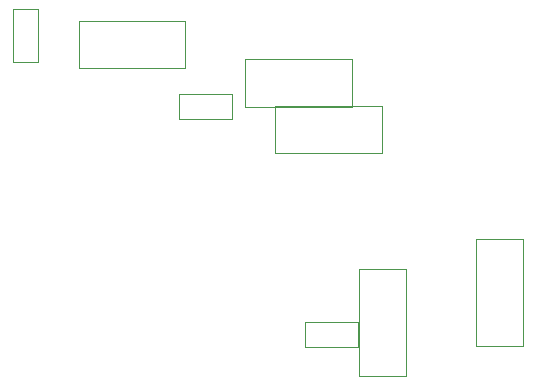
<source format=gbr>
G04 #@! TF.FileFunction,Other,User*
%FSLAX46Y46*%
G04 Gerber Fmt 4.6, Leading zero omitted, Abs format (unit mm)*
G04 Created by KiCad (PCBNEW 4.0.2+dfsg1-stable) date mån 26 dec 2016 15:24:11*
%MOMM*%
G01*
G04 APERTURE LIST*
%ADD10C,0.100000*%
%ADD11C,0.050000*%
G04 APERTURE END LIST*
D10*
D11*
X156028000Y-103028500D02*
X165028000Y-103028500D01*
X165028000Y-103028500D02*
X165028000Y-99028500D01*
X165028000Y-99028500D02*
X156028000Y-99028500D01*
X156028000Y-99028500D02*
X156028000Y-103028500D01*
X163100000Y-112848000D02*
X163100000Y-121848000D01*
X163100000Y-121848000D02*
X167100000Y-121848000D01*
X167100000Y-121848000D02*
X167100000Y-112848000D01*
X167100000Y-112848000D02*
X163100000Y-112848000D01*
X153488000Y-99078800D02*
X162488000Y-99078800D01*
X162488000Y-99078800D02*
X162488000Y-95078800D01*
X162488000Y-95078800D02*
X153488000Y-95078800D01*
X153488000Y-95078800D02*
X153488000Y-99078800D01*
X139391000Y-95853000D02*
X148391000Y-95853000D01*
X148391000Y-95853000D02*
X148391000Y-91853000D01*
X148391000Y-91853000D02*
X139391000Y-91853000D01*
X139391000Y-91853000D02*
X139391000Y-95853000D01*
X158532000Y-119414000D02*
X163032000Y-119414000D01*
X163032000Y-119414000D02*
X163032000Y-117314000D01*
X163032000Y-117314000D02*
X158532000Y-117314000D01*
X158532000Y-119414000D02*
X158532000Y-117314000D01*
X147864000Y-100110000D02*
X152364000Y-100110000D01*
X152364000Y-100110000D02*
X152364000Y-98010000D01*
X152364000Y-98010000D02*
X147864000Y-98010000D01*
X147864000Y-100110000D02*
X147864000Y-98010000D01*
X135924000Y-95341000D02*
X135924000Y-90841000D01*
X135924000Y-90841000D02*
X133824000Y-90841000D01*
X133824000Y-90841000D02*
X133824000Y-95341000D01*
X135924000Y-95341000D02*
X133824000Y-95341000D01*
X173006000Y-110308000D02*
X173006000Y-119308000D01*
X173006000Y-119308000D02*
X177006000Y-119308000D01*
X177006000Y-119308000D02*
X177006000Y-110308000D01*
X177006000Y-110308000D02*
X173006000Y-110308000D01*
M02*

</source>
